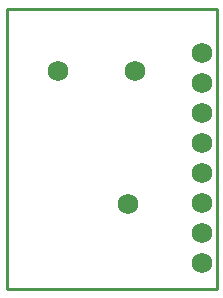
<source format=gbs>
G04 Layer_Color=16711935*
%FSLAX25Y25*%
%MOIN*%
G70*
G01*
G75*
%ADD12C,0.01000*%
%ADD16C,0.06800*%
D12*
X-0Y93504D02*
X70000D01*
X70000Y93504D01*
Y0D02*
Y93504D01*
X0Y0D02*
X70000D01*
X-0Y0D02*
X0Y0D01*
X-0Y0D02*
Y93504D01*
D16*
X40354Y28543D02*
D03*
X65000Y78740D02*
D03*
Y68740D02*
D03*
Y18740D02*
D03*
Y8740D02*
D03*
Y58740D02*
D03*
Y48740D02*
D03*
Y38740D02*
D03*
Y28740D02*
D03*
X42673Y72835D02*
D03*
X17083D02*
D03*
M02*

</source>
